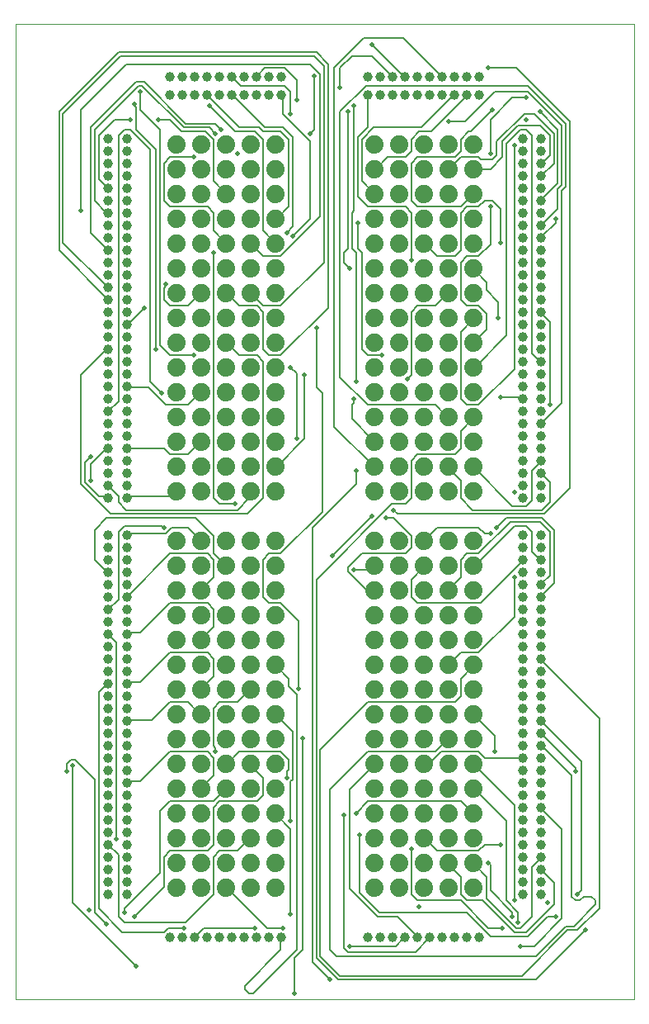
<source format=gbl>
G75*
%MOIN*%
%OFA0B0*%
%FSLAX25Y25*%
%IPPOS*%
%LPD*%
%AMOC8*
5,1,8,0,0,1.08239X$1,22.5*
%
%ADD10C,0.00000*%
%ADD11C,0.07400*%
%ADD12C,0.03937*%
%ADD13C,0.00800*%
%ADD14C,0.02000*%
D10*
X0001000Y0002650D02*
X0001000Y0396351D01*
X0250921Y0396351D01*
X0250921Y0002650D01*
X0001000Y0002650D01*
D11*
X0066000Y0047650D03*
X0066000Y0057650D03*
X0066000Y0067650D03*
X0066000Y0077650D03*
X0066000Y0087650D03*
X0066000Y0097650D03*
X0066000Y0107650D03*
X0066000Y0117650D03*
X0066000Y0127650D03*
X0066000Y0137650D03*
X0066000Y0147650D03*
X0066000Y0157650D03*
X0066000Y0167650D03*
X0066000Y0177650D03*
X0066000Y0187650D03*
X0076000Y0187650D03*
X0076000Y0177650D03*
X0076000Y0167650D03*
X0076000Y0157650D03*
X0076000Y0147650D03*
X0076000Y0137650D03*
X0076000Y0127650D03*
X0076000Y0117650D03*
X0076000Y0107650D03*
X0076000Y0097650D03*
X0076000Y0087650D03*
X0076000Y0077650D03*
X0076000Y0067650D03*
X0076000Y0057650D03*
X0076000Y0047650D03*
X0086000Y0047650D03*
X0086000Y0057650D03*
X0086000Y0067650D03*
X0086000Y0077650D03*
X0086000Y0087650D03*
X0086000Y0097650D03*
X0086000Y0107650D03*
X0086000Y0117650D03*
X0086000Y0127650D03*
X0086000Y0137650D03*
X0086000Y0147650D03*
X0086000Y0157650D03*
X0086000Y0167650D03*
X0086000Y0177650D03*
X0086000Y0187650D03*
X0096000Y0187650D03*
X0096000Y0177650D03*
X0096000Y0167650D03*
X0096000Y0157650D03*
X0096000Y0147650D03*
X0096000Y0137650D03*
X0096000Y0127650D03*
X0096000Y0117650D03*
X0096000Y0107650D03*
X0096000Y0097650D03*
X0096000Y0087650D03*
X0096000Y0077650D03*
X0096000Y0067650D03*
X0096000Y0057650D03*
X0096000Y0047650D03*
X0106000Y0047650D03*
X0106000Y0057650D03*
X0106000Y0067650D03*
X0106000Y0077650D03*
X0106000Y0087650D03*
X0106000Y0097650D03*
X0106000Y0107650D03*
X0106000Y0117650D03*
X0106000Y0127650D03*
X0106000Y0137650D03*
X0106000Y0147650D03*
X0106000Y0157650D03*
X0106000Y0167650D03*
X0106000Y0177650D03*
X0106000Y0187650D03*
X0106000Y0207650D03*
X0106000Y0217650D03*
X0106000Y0227650D03*
X0106000Y0237650D03*
X0106000Y0247650D03*
X0106000Y0257650D03*
X0106000Y0267650D03*
X0106000Y0277650D03*
X0106000Y0287650D03*
X0106000Y0297650D03*
X0106000Y0307650D03*
X0106000Y0317650D03*
X0106000Y0327650D03*
X0106000Y0337650D03*
X0106000Y0347650D03*
X0096000Y0347650D03*
X0096000Y0337650D03*
X0096000Y0327650D03*
X0096000Y0317650D03*
X0096000Y0307650D03*
X0096000Y0297650D03*
X0096000Y0287650D03*
X0096000Y0277650D03*
X0096000Y0267650D03*
X0096000Y0257650D03*
X0096000Y0247650D03*
X0096000Y0237650D03*
X0096000Y0227650D03*
X0096000Y0217650D03*
X0096000Y0207650D03*
X0086000Y0207650D03*
X0086000Y0217650D03*
X0086000Y0227650D03*
X0086000Y0237650D03*
X0086000Y0247650D03*
X0086000Y0257650D03*
X0086000Y0267650D03*
X0086000Y0277650D03*
X0086000Y0287650D03*
X0086000Y0297650D03*
X0086000Y0307650D03*
X0086000Y0317650D03*
X0086000Y0327650D03*
X0086000Y0337650D03*
X0086000Y0347650D03*
X0076000Y0347650D03*
X0076000Y0337650D03*
X0076000Y0327650D03*
X0076000Y0317650D03*
X0076000Y0307650D03*
X0076000Y0297650D03*
X0076000Y0287650D03*
X0076000Y0277650D03*
X0076000Y0267650D03*
X0076000Y0257650D03*
X0076000Y0247650D03*
X0076000Y0237650D03*
X0076000Y0227650D03*
X0076000Y0217650D03*
X0076000Y0207650D03*
X0066000Y0207650D03*
X0066000Y0217650D03*
X0066000Y0227650D03*
X0066000Y0237650D03*
X0066000Y0247650D03*
X0066000Y0257650D03*
X0066000Y0267650D03*
X0066000Y0277650D03*
X0066000Y0287650D03*
X0066000Y0297650D03*
X0066000Y0307650D03*
X0066000Y0317650D03*
X0066000Y0327650D03*
X0066000Y0337650D03*
X0066000Y0347650D03*
X0146000Y0347650D03*
X0146000Y0337650D03*
X0146000Y0327650D03*
X0146000Y0317650D03*
X0146000Y0307650D03*
X0146000Y0297650D03*
X0146000Y0287650D03*
X0146000Y0277650D03*
X0146000Y0267650D03*
X0146000Y0257650D03*
X0146000Y0247650D03*
X0146000Y0237650D03*
X0146000Y0227650D03*
X0146000Y0217650D03*
X0146000Y0207650D03*
X0156000Y0207650D03*
X0156000Y0217650D03*
X0156000Y0227650D03*
X0156000Y0237650D03*
X0156000Y0247650D03*
X0156000Y0257650D03*
X0156000Y0267650D03*
X0156000Y0277650D03*
X0156000Y0287650D03*
X0156000Y0297650D03*
X0156000Y0307650D03*
X0156000Y0317650D03*
X0156000Y0327650D03*
X0156000Y0337650D03*
X0156000Y0347650D03*
X0166000Y0347650D03*
X0166000Y0337650D03*
X0166000Y0327650D03*
X0166000Y0317650D03*
X0166000Y0307650D03*
X0166000Y0297650D03*
X0166000Y0287650D03*
X0166000Y0277650D03*
X0166000Y0267650D03*
X0166000Y0257650D03*
X0166000Y0247650D03*
X0166000Y0237650D03*
X0166000Y0227650D03*
X0166000Y0217650D03*
X0166000Y0207650D03*
X0176000Y0207650D03*
X0176000Y0217650D03*
X0176000Y0227650D03*
X0176000Y0237650D03*
X0176000Y0247650D03*
X0176000Y0257650D03*
X0176000Y0267650D03*
X0176000Y0277650D03*
X0176000Y0287650D03*
X0176000Y0297650D03*
X0176000Y0307650D03*
X0176000Y0317650D03*
X0176000Y0327650D03*
X0176000Y0337650D03*
X0176000Y0347650D03*
X0186000Y0347650D03*
X0186000Y0337650D03*
X0186000Y0327650D03*
X0186000Y0317650D03*
X0186000Y0307650D03*
X0186000Y0297650D03*
X0186000Y0287650D03*
X0186000Y0277650D03*
X0186000Y0267650D03*
X0186000Y0257650D03*
X0186000Y0247650D03*
X0186000Y0237650D03*
X0186000Y0227650D03*
X0186000Y0217650D03*
X0186000Y0207650D03*
X0186000Y0187650D03*
X0186000Y0177650D03*
X0186000Y0167650D03*
X0186000Y0157650D03*
X0186000Y0147650D03*
X0186000Y0137650D03*
X0186000Y0127650D03*
X0186000Y0117650D03*
X0186000Y0107650D03*
X0186000Y0097650D03*
X0186000Y0087650D03*
X0186000Y0077650D03*
X0186000Y0067650D03*
X0186000Y0057650D03*
X0186000Y0047650D03*
X0176000Y0047650D03*
X0176000Y0057650D03*
X0176000Y0067650D03*
X0176000Y0077650D03*
X0176000Y0087650D03*
X0176000Y0097650D03*
X0176000Y0107650D03*
X0176000Y0117650D03*
X0176000Y0127650D03*
X0176000Y0137650D03*
X0176000Y0147650D03*
X0176000Y0157650D03*
X0176000Y0167650D03*
X0176000Y0177650D03*
X0176000Y0187650D03*
X0166000Y0187650D03*
X0166000Y0177650D03*
X0166000Y0167650D03*
X0166000Y0157650D03*
X0166000Y0147650D03*
X0166000Y0137650D03*
X0166000Y0127650D03*
X0166000Y0117650D03*
X0166000Y0107650D03*
X0166000Y0097650D03*
X0166000Y0087650D03*
X0166000Y0077650D03*
X0166000Y0067650D03*
X0166000Y0057650D03*
X0166000Y0047650D03*
X0156000Y0047650D03*
X0156000Y0057650D03*
X0156000Y0067650D03*
X0156000Y0077650D03*
X0156000Y0087650D03*
X0156000Y0097650D03*
X0156000Y0107650D03*
X0156000Y0117650D03*
X0156000Y0127650D03*
X0156000Y0137650D03*
X0156000Y0147650D03*
X0156000Y0157650D03*
X0156000Y0167650D03*
X0156000Y0177650D03*
X0156000Y0187650D03*
X0146000Y0187650D03*
X0146000Y0177650D03*
X0146000Y0167650D03*
X0146000Y0157650D03*
X0146000Y0147650D03*
X0146000Y0137650D03*
X0146000Y0127650D03*
X0146000Y0117650D03*
X0146000Y0107650D03*
X0146000Y0097650D03*
X0146000Y0087650D03*
X0146000Y0077650D03*
X0146000Y0067650D03*
X0146000Y0057650D03*
X0146000Y0047650D03*
D12*
X0143500Y0027650D03*
X0148500Y0027650D03*
X0153500Y0027650D03*
X0158500Y0027650D03*
X0163500Y0027650D03*
X0168500Y0027650D03*
X0173500Y0027650D03*
X0178500Y0027650D03*
X0183500Y0027650D03*
X0188500Y0027650D03*
X0206000Y0045150D03*
X0206000Y0050150D03*
X0206000Y0055150D03*
X0206000Y0060150D03*
X0206000Y0065150D03*
X0206000Y0070150D03*
X0206000Y0075150D03*
X0206000Y0080150D03*
X0206000Y0085150D03*
X0206000Y0090150D03*
X0206000Y0095150D03*
X0206000Y0100150D03*
X0206000Y0105150D03*
X0206000Y0110150D03*
X0206000Y0115150D03*
X0206000Y0120150D03*
X0206000Y0125150D03*
X0206000Y0130150D03*
X0206000Y0135150D03*
X0206000Y0140150D03*
X0206000Y0145150D03*
X0206000Y0150150D03*
X0206000Y0155150D03*
X0206000Y0160150D03*
X0206000Y0165150D03*
X0206000Y0170150D03*
X0206000Y0175150D03*
X0206000Y0180150D03*
X0206000Y0185150D03*
X0206000Y0190150D03*
X0213500Y0190150D03*
X0213500Y0185150D03*
X0213500Y0180150D03*
X0213500Y0175150D03*
X0213500Y0170150D03*
X0213500Y0165150D03*
X0213500Y0160150D03*
X0213500Y0155150D03*
X0213500Y0150150D03*
X0213500Y0145150D03*
X0213500Y0140150D03*
X0213500Y0135150D03*
X0213500Y0130150D03*
X0213500Y0125150D03*
X0213500Y0120150D03*
X0213500Y0115150D03*
X0213500Y0110150D03*
X0213500Y0105150D03*
X0213500Y0100150D03*
X0213500Y0095150D03*
X0213500Y0090150D03*
X0213500Y0085150D03*
X0213500Y0080150D03*
X0213500Y0075150D03*
X0213500Y0070150D03*
X0213500Y0065150D03*
X0213500Y0060150D03*
X0213500Y0055150D03*
X0213500Y0050150D03*
X0213500Y0045150D03*
X0213500Y0205150D03*
X0213500Y0210150D03*
X0213500Y0215150D03*
X0213500Y0220150D03*
X0213500Y0225150D03*
X0213500Y0230150D03*
X0213500Y0235150D03*
X0213500Y0240150D03*
X0213500Y0245150D03*
X0213500Y0250150D03*
X0213500Y0255150D03*
X0213500Y0260150D03*
X0213500Y0265150D03*
X0213500Y0270150D03*
X0213500Y0275150D03*
X0213500Y0280150D03*
X0213500Y0285150D03*
X0213500Y0290150D03*
X0213500Y0295150D03*
X0213500Y0300150D03*
X0213500Y0305150D03*
X0213500Y0310150D03*
X0213500Y0315150D03*
X0213500Y0320150D03*
X0213500Y0325150D03*
X0213500Y0330150D03*
X0213500Y0335150D03*
X0213500Y0340150D03*
X0213500Y0345150D03*
X0213500Y0350150D03*
X0206000Y0350150D03*
X0206000Y0345150D03*
X0206000Y0340150D03*
X0206000Y0335150D03*
X0206000Y0330150D03*
X0206000Y0325150D03*
X0206000Y0320150D03*
X0206000Y0315150D03*
X0206000Y0310150D03*
X0206000Y0305150D03*
X0206000Y0300150D03*
X0206000Y0295150D03*
X0206000Y0290150D03*
X0206000Y0285150D03*
X0206000Y0280150D03*
X0206000Y0275150D03*
X0206000Y0270150D03*
X0206000Y0265150D03*
X0206000Y0260150D03*
X0206000Y0255150D03*
X0206000Y0250150D03*
X0206000Y0245150D03*
X0206000Y0240150D03*
X0206000Y0235150D03*
X0206000Y0230150D03*
X0206000Y0225150D03*
X0206000Y0220150D03*
X0206000Y0215150D03*
X0206000Y0210150D03*
X0206000Y0205150D03*
X0188500Y0367650D03*
X0183500Y0367650D03*
X0178500Y0367650D03*
X0173500Y0367650D03*
X0168500Y0367650D03*
X0163500Y0367650D03*
X0158500Y0367650D03*
X0153500Y0367650D03*
X0148500Y0367650D03*
X0143500Y0367650D03*
X0143500Y0375150D03*
X0148500Y0375150D03*
X0153500Y0375150D03*
X0158500Y0375150D03*
X0163500Y0375150D03*
X0168500Y0375150D03*
X0173500Y0375150D03*
X0178500Y0375150D03*
X0183500Y0375150D03*
X0188500Y0375150D03*
X0108500Y0375150D03*
X0103500Y0375150D03*
X0098500Y0375150D03*
X0093500Y0375150D03*
X0088500Y0375150D03*
X0083500Y0375150D03*
X0078500Y0375150D03*
X0073500Y0375150D03*
X0068500Y0375150D03*
X0063500Y0375150D03*
X0063500Y0367650D03*
X0068500Y0367650D03*
X0073500Y0367650D03*
X0078500Y0367650D03*
X0083500Y0367650D03*
X0088500Y0367650D03*
X0093500Y0367650D03*
X0098500Y0367650D03*
X0103500Y0367650D03*
X0108500Y0367650D03*
X0046000Y0350150D03*
X0046000Y0345150D03*
X0046000Y0340150D03*
X0046000Y0335150D03*
X0046000Y0330150D03*
X0046000Y0325150D03*
X0046000Y0320150D03*
X0046000Y0315150D03*
X0046000Y0310150D03*
X0046000Y0305150D03*
X0046000Y0300150D03*
X0046000Y0295150D03*
X0046000Y0290150D03*
X0046000Y0285150D03*
X0046000Y0280150D03*
X0046000Y0275150D03*
X0046000Y0270150D03*
X0046000Y0265150D03*
X0046000Y0260150D03*
X0046000Y0255150D03*
X0046000Y0250150D03*
X0046000Y0245150D03*
X0046000Y0240150D03*
X0046000Y0235150D03*
X0046000Y0230150D03*
X0046000Y0225150D03*
X0046000Y0220150D03*
X0046000Y0215150D03*
X0046000Y0210150D03*
X0046000Y0205150D03*
X0038500Y0205150D03*
X0038500Y0210150D03*
X0038500Y0215150D03*
X0038500Y0220150D03*
X0038500Y0225150D03*
X0038500Y0230150D03*
X0038500Y0235150D03*
X0038500Y0240150D03*
X0038500Y0245150D03*
X0038500Y0250150D03*
X0038500Y0255150D03*
X0038500Y0260150D03*
X0038500Y0265150D03*
X0038500Y0270150D03*
X0038500Y0275150D03*
X0038500Y0280150D03*
X0038500Y0285150D03*
X0038500Y0290150D03*
X0038500Y0295150D03*
X0038500Y0300150D03*
X0038500Y0305150D03*
X0038500Y0310150D03*
X0038500Y0315150D03*
X0038500Y0320150D03*
X0038500Y0325150D03*
X0038500Y0330150D03*
X0038500Y0335150D03*
X0038500Y0340150D03*
X0038500Y0345150D03*
X0038500Y0350150D03*
X0038500Y0190150D03*
X0038500Y0185150D03*
X0038500Y0180150D03*
X0038500Y0175150D03*
X0038500Y0170150D03*
X0038500Y0165150D03*
X0038500Y0160150D03*
X0038500Y0155150D03*
X0038500Y0150150D03*
X0038500Y0145150D03*
X0038500Y0140150D03*
X0038500Y0135150D03*
X0038500Y0130150D03*
X0038500Y0125150D03*
X0038500Y0120150D03*
X0038500Y0115150D03*
X0038500Y0110150D03*
X0038500Y0105150D03*
X0038500Y0100150D03*
X0038500Y0095150D03*
X0038500Y0090150D03*
X0038500Y0085150D03*
X0038500Y0080150D03*
X0038500Y0075150D03*
X0038500Y0070150D03*
X0038500Y0065150D03*
X0038500Y0060150D03*
X0038500Y0055150D03*
X0038500Y0050150D03*
X0038500Y0045150D03*
X0046000Y0045150D03*
X0046000Y0050150D03*
X0046000Y0055150D03*
X0046000Y0060150D03*
X0046000Y0065150D03*
X0046000Y0070150D03*
X0046000Y0075150D03*
X0046000Y0080150D03*
X0046000Y0085150D03*
X0046000Y0090150D03*
X0046000Y0095150D03*
X0046000Y0100150D03*
X0046000Y0105150D03*
X0046000Y0110150D03*
X0046000Y0115150D03*
X0046000Y0120150D03*
X0046000Y0125150D03*
X0046000Y0130150D03*
X0046000Y0135150D03*
X0046000Y0140150D03*
X0046000Y0145150D03*
X0046000Y0150150D03*
X0046000Y0155150D03*
X0046000Y0160150D03*
X0046000Y0165150D03*
X0046000Y0170150D03*
X0046000Y0175150D03*
X0046000Y0180150D03*
X0046000Y0185150D03*
X0046000Y0190150D03*
X0063500Y0027650D03*
X0068500Y0027650D03*
X0073500Y0027650D03*
X0078500Y0027650D03*
X0083500Y0027650D03*
X0088500Y0027650D03*
X0093500Y0027650D03*
X0098500Y0027650D03*
X0103500Y0027650D03*
X0108500Y0027650D03*
D13*
X0108200Y0027450D01*
X0108200Y0022650D01*
X0093800Y0008250D01*
X0093800Y0006650D01*
X0095400Y0005050D01*
X0097000Y0005050D01*
X0114600Y0022650D01*
X0114600Y0125850D01*
X0111400Y0129050D01*
X0111400Y0132250D01*
X0106000Y0137650D01*
X0115400Y0128250D02*
X0115400Y0155450D01*
X0108200Y0162650D01*
X0103400Y0162650D01*
X0101000Y0165050D01*
X0101000Y0180250D01*
X0103400Y0182650D01*
X0108200Y0182650D01*
X0125000Y0199450D01*
X0125000Y0247450D01*
X0122600Y0249850D01*
X0122600Y0273850D01*
X0127400Y0281850D02*
X0108200Y0262650D01*
X0103400Y0262650D01*
X0101000Y0265050D01*
X0101000Y0280250D01*
X0098600Y0282650D01*
X0091400Y0282650D01*
X0086600Y0287450D01*
X0086000Y0287650D01*
X0076000Y0287650D02*
X0075400Y0287450D01*
X0070600Y0282650D01*
X0063400Y0282650D01*
X0061000Y0285050D01*
X0061000Y0289850D01*
X0061800Y0290650D01*
X0061800Y0291450D01*
X0053000Y0281850D02*
X0046600Y0275450D01*
X0046000Y0275150D01*
X0038500Y0265150D02*
X0037800Y0265050D01*
X0027400Y0254650D01*
X0027400Y0210650D01*
X0039400Y0198650D01*
X0094600Y0198650D01*
X0101000Y0205050D01*
X0101000Y0260250D01*
X0098600Y0262650D01*
X0091400Y0262650D01*
X0086600Y0267450D01*
X0086000Y0267650D01*
X0101000Y0282650D02*
X0096000Y0287650D01*
X0101000Y0282650D02*
X0108200Y0282650D01*
X0125800Y0300250D01*
X0125800Y0379450D01*
X0121800Y0383450D01*
X0043400Y0383450D01*
X0020200Y0360250D01*
X0020200Y0308250D01*
X0037800Y0290650D01*
X0038500Y0290150D01*
X0038500Y0285150D02*
X0018600Y0305050D01*
X0018600Y0361050D01*
X0042600Y0385050D01*
X0122600Y0385050D01*
X0127400Y0380250D01*
X0127400Y0281850D01*
X0136200Y0297850D02*
X0133800Y0300250D01*
X0133800Y0304250D01*
X0135400Y0305850D01*
X0135400Y0361050D01*
X0132200Y0361050D02*
X0132200Y0253850D01*
X0143400Y0242650D01*
X0170600Y0242650D01*
X0175400Y0237850D01*
X0176000Y0237650D01*
X0181000Y0232250D02*
X0185800Y0237050D01*
X0186000Y0237650D01*
X0188200Y0242650D02*
X0183400Y0242650D01*
X0181000Y0245050D01*
X0181000Y0272250D01*
X0185800Y0277050D01*
X0186000Y0277650D01*
X0188200Y0282650D02*
X0183400Y0282650D01*
X0181000Y0285050D01*
X0181000Y0300250D01*
X0183400Y0302650D01*
X0188200Y0302650D01*
X0193000Y0307450D01*
X0193000Y0322650D01*
X0193800Y0325050D02*
X0190600Y0325050D01*
X0188200Y0322650D01*
X0183400Y0322650D01*
X0181000Y0320250D01*
X0181000Y0305050D01*
X0178600Y0302650D01*
X0171400Y0302650D01*
X0166600Y0307450D01*
X0166000Y0307650D01*
X0161000Y0301050D02*
X0161000Y0320250D01*
X0158600Y0322650D01*
X0143400Y0322650D01*
X0139400Y0326650D01*
X0139400Y0350650D01*
X0143400Y0354650D01*
X0143400Y0367450D01*
X0143500Y0367650D01*
X0142600Y0371450D02*
X0132200Y0361050D01*
X0137800Y0363450D02*
X0137800Y0321050D01*
X0137000Y0320250D01*
X0137000Y0305850D01*
X0138600Y0304250D01*
X0138600Y0252250D01*
X0137800Y0245050D02*
X0137800Y0243450D01*
X0137000Y0242650D01*
X0137000Y0237050D01*
X0145800Y0228250D01*
X0146000Y0227650D01*
X0146000Y0217650D02*
X0129800Y0233850D01*
X0129800Y0378650D01*
X0141800Y0390650D01*
X0157800Y0390650D01*
X0173000Y0375450D01*
X0173500Y0375150D01*
X0177800Y0367450D02*
X0178500Y0367650D01*
X0177800Y0367450D02*
X0165000Y0354650D01*
X0145800Y0354650D01*
X0141000Y0349850D01*
X0141000Y0333050D01*
X0145800Y0328250D01*
X0146000Y0327650D01*
X0146000Y0337650D02*
X0146600Y0337850D01*
X0151400Y0342650D01*
X0158600Y0342650D01*
X0161000Y0345050D01*
X0161000Y0349850D01*
X0164200Y0353050D01*
X0169000Y0353050D01*
X0183400Y0367450D01*
X0183500Y0367650D01*
X0182600Y0357050D02*
X0176200Y0357050D01*
X0181000Y0349850D02*
X0181000Y0345050D01*
X0178600Y0342650D01*
X0163400Y0342650D01*
X0161000Y0340250D01*
X0161000Y0325050D01*
X0163400Y0322650D01*
X0181000Y0322650D01*
X0186000Y0327650D01*
X0186000Y0337650D02*
X0186600Y0337850D01*
X0193000Y0337850D01*
X0197800Y0342650D01*
X0197800Y0349050D01*
X0204200Y0355450D01*
X0213000Y0355450D01*
X0217000Y0351450D01*
X0217000Y0343450D01*
X0213800Y0340250D01*
X0213500Y0340150D01*
X0213500Y0335150D02*
X0218600Y0340250D01*
X0218600Y0352250D01*
X0210600Y0360250D01*
X0206600Y0360250D01*
X0195400Y0349050D01*
X0195400Y0343450D01*
X0193800Y0341850D01*
X0189000Y0341850D01*
X0188200Y0342650D01*
X0181000Y0342650D01*
X0176000Y0337650D01*
X0181000Y0349850D02*
X0184200Y0353050D01*
X0185000Y0353050D01*
X0193800Y0361850D01*
X0193000Y0357850D02*
X0193000Y0344250D01*
X0199400Y0348250D02*
X0199400Y0270650D01*
X0186600Y0257850D01*
X0186000Y0257650D01*
X0186000Y0267650D02*
X0191400Y0273050D01*
X0191400Y0279450D01*
X0188200Y0282650D01*
X0191400Y0289050D02*
X0191400Y0292250D01*
X0186000Y0297650D01*
X0191400Y0289050D02*
X0196200Y0284250D01*
X0196200Y0277850D01*
X0202600Y0257050D02*
X0188200Y0242650D01*
X0181000Y0232250D02*
X0181000Y0225050D01*
X0178600Y0222650D01*
X0163400Y0222650D01*
X0161000Y0220250D01*
X0161000Y0205050D01*
X0158600Y0202650D01*
X0153000Y0202650D01*
X0122600Y0172250D01*
X0122600Y0019450D01*
X0131400Y0010650D01*
X0211400Y0010650D01*
X0231400Y0030650D01*
X0228200Y0030650D02*
X0224200Y0030650D01*
X0205800Y0012250D01*
X0132200Y0012250D01*
X0124200Y0020250D01*
X0124200Y0103450D01*
X0143400Y0122650D01*
X0178600Y0122650D01*
X0181000Y0125050D01*
X0181000Y0132250D01*
X0185800Y0137050D01*
X0186000Y0137650D01*
X0188200Y0142650D02*
X0181000Y0142650D01*
X0176000Y0137650D01*
X0188200Y0142650D02*
X0202600Y0157050D01*
X0202600Y0173050D01*
X0205800Y0179450D02*
X0206000Y0180150D01*
X0205800Y0179450D02*
X0189000Y0162650D01*
X0163400Y0162650D01*
X0161000Y0165050D01*
X0161000Y0172250D01*
X0165800Y0177050D01*
X0166000Y0177650D01*
X0158600Y0182650D02*
X0161000Y0185050D01*
X0161000Y0189850D01*
X0153800Y0197050D01*
X0150600Y0197050D01*
X0153800Y0200250D02*
X0155400Y0198650D01*
X0214600Y0198650D01*
X0225000Y0209050D01*
X0225000Y0357050D01*
X0203400Y0378650D01*
X0192200Y0378650D01*
X0194600Y0369050D02*
X0182600Y0357050D01*
X0193000Y0357850D02*
X0201800Y0366650D01*
X0207400Y0366650D01*
X0208200Y0369050D02*
X0194600Y0369050D01*
X0205000Y0353850D02*
X0199400Y0348250D01*
X0202600Y0347450D02*
X0202600Y0257050D01*
X0209800Y0263450D02*
X0209800Y0351450D01*
X0207400Y0353850D01*
X0205000Y0353850D01*
X0213000Y0361050D02*
X0220200Y0353850D01*
X0220200Y0332250D01*
X0213800Y0325850D01*
X0213500Y0325150D01*
X0220200Y0321850D02*
X0213500Y0315150D01*
X0213800Y0310650D02*
X0213500Y0310150D01*
X0213800Y0310650D02*
X0219400Y0316250D01*
X0219400Y0317850D01*
X0220200Y0321850D02*
X0220200Y0329850D01*
X0221800Y0331450D01*
X0221800Y0355450D01*
X0208200Y0369050D01*
X0208200Y0371450D02*
X0142600Y0371450D01*
X0153000Y0375450D02*
X0145000Y0383450D01*
X0137000Y0383450D01*
X0132200Y0378650D01*
X0132200Y0370650D01*
X0124200Y0376250D02*
X0124200Y0318650D01*
X0108200Y0302650D01*
X0101000Y0302650D01*
X0096000Y0307650D01*
X0101000Y0313050D02*
X0105800Y0308250D01*
X0106000Y0307650D01*
X0110600Y0312250D02*
X0113000Y0314650D01*
X0113000Y0350650D01*
X0109000Y0354650D01*
X0101800Y0354650D01*
X0089000Y0367450D01*
X0088500Y0367650D01*
X0092200Y0371450D02*
X0109800Y0371450D01*
X0112200Y0369050D01*
X0112200Y0360250D01*
X0109000Y0360250D02*
X0120200Y0349050D01*
X0120200Y0317850D01*
X0113000Y0310650D01*
X0106600Y0317850D02*
X0106000Y0317650D01*
X0106600Y0317850D02*
X0111400Y0322650D01*
X0111400Y0349850D01*
X0108200Y0353050D01*
X0101000Y0353050D01*
X0099400Y0354650D01*
X0091400Y0354650D01*
X0078600Y0367450D01*
X0078500Y0367650D01*
X0079400Y0363450D02*
X0089800Y0353050D01*
X0097800Y0353050D01*
X0101000Y0349850D01*
X0101000Y0313050D01*
X0085800Y0308250D02*
X0086000Y0307650D01*
X0085800Y0308250D02*
X0081000Y0313050D01*
X0081000Y0320250D01*
X0078600Y0322650D01*
X0063400Y0322650D01*
X0061000Y0325050D01*
X0061000Y0340250D01*
X0063400Y0342650D01*
X0073000Y0342650D01*
X0081000Y0349850D02*
X0077800Y0353050D01*
X0068200Y0353050D01*
X0063400Y0357850D01*
X0058600Y0357850D01*
X0059400Y0353850D02*
X0059400Y0266650D01*
X0063400Y0262650D01*
X0073000Y0262650D01*
X0076000Y0247650D02*
X0075400Y0247450D01*
X0070600Y0242650D01*
X0061800Y0242650D01*
X0054600Y0249850D01*
X0046600Y0249850D01*
X0046000Y0250150D01*
X0042600Y0244250D02*
X0042600Y0351450D01*
X0045000Y0353850D01*
X0047400Y0353850D01*
X0055400Y0345850D01*
X0055400Y0252250D01*
X0060200Y0247450D01*
X0057800Y0265050D02*
X0057800Y0345850D01*
X0049800Y0353850D01*
X0049800Y0362650D01*
X0049000Y0363450D01*
X0049000Y0364250D01*
X0051400Y0361850D02*
X0051400Y0369050D01*
X0052200Y0371450D02*
X0069000Y0354650D01*
X0079400Y0354650D01*
X0081800Y0352250D01*
X0081000Y0349850D02*
X0081000Y0333050D01*
X0085800Y0328250D01*
X0086000Y0327650D01*
X0081000Y0304250D02*
X0081000Y0205050D01*
X0083400Y0202650D01*
X0089800Y0202650D01*
X0090600Y0200250D02*
X0095400Y0205050D01*
X0095400Y0207450D01*
X0096000Y0207650D01*
X0090600Y0200250D02*
X0045800Y0200250D01*
X0042600Y0203450D01*
X0042600Y0205850D01*
X0038600Y0209850D01*
X0038500Y0210150D01*
X0037800Y0205850D02*
X0038500Y0205150D01*
X0037800Y0205850D02*
X0034600Y0205850D01*
X0029000Y0211450D01*
X0029000Y0219450D01*
X0031400Y0221850D01*
X0031400Y0218650D02*
X0031400Y0212250D01*
X0031400Y0218650D02*
X0037800Y0225050D01*
X0038500Y0225150D01*
X0046000Y0225150D02*
X0046600Y0225050D01*
X0061000Y0225050D01*
X0063400Y0222650D01*
X0070600Y0222650D01*
X0075400Y0227450D01*
X0076000Y0227650D01*
X0066000Y0207650D02*
X0064200Y0205850D01*
X0046600Y0205850D01*
X0046000Y0205150D01*
X0045000Y0193850D02*
X0042600Y0191450D01*
X0042600Y0164250D01*
X0038500Y0160150D01*
X0046000Y0165150D02*
X0046600Y0165850D01*
X0063400Y0182650D01*
X0078600Y0182650D01*
X0081000Y0180250D01*
X0081000Y0173050D01*
X0076200Y0168250D01*
X0076000Y0167650D01*
X0078600Y0162650D02*
X0081000Y0160250D01*
X0081000Y0153050D01*
X0076200Y0148250D01*
X0076000Y0147650D01*
X0078600Y0142650D02*
X0081000Y0140250D01*
X0081000Y0133050D01*
X0076200Y0128250D01*
X0076000Y0127650D01*
X0070600Y0122650D02*
X0075400Y0117850D01*
X0076000Y0117650D01*
X0081000Y0120250D02*
X0083400Y0122650D01*
X0090600Y0122650D01*
X0095400Y0127450D01*
X0096000Y0127650D01*
X0106000Y0117650D02*
X0113000Y0110650D01*
X0113000Y0091450D01*
X0112200Y0090650D01*
X0112200Y0074650D01*
X0112200Y0071450D02*
X0106000Y0077650D01*
X0112200Y0071450D02*
X0112200Y0037050D01*
X0109000Y0031450D02*
X0102600Y0031450D01*
X0086600Y0047450D01*
X0086000Y0047650D01*
X0081000Y0045050D02*
X0081000Y0060250D01*
X0083400Y0062650D01*
X0090600Y0062650D01*
X0095400Y0067450D01*
X0096000Y0067650D01*
X0098600Y0082650D02*
X0101000Y0085050D01*
X0101000Y0092250D01*
X0096200Y0097050D01*
X0096000Y0097650D01*
X0091400Y0102650D02*
X0086600Y0097850D01*
X0086000Y0097650D01*
X0081000Y0100250D02*
X0081000Y0093050D01*
X0076200Y0088250D01*
X0076000Y0087650D01*
X0081000Y0082650D02*
X0086000Y0087650D01*
X0083400Y0082650D02*
X0081000Y0080250D01*
X0081000Y0065050D01*
X0078600Y0062650D01*
X0063400Y0062650D01*
X0061000Y0060250D01*
X0061000Y0048250D01*
X0049000Y0036250D01*
X0045000Y0037850D02*
X0045000Y0039450D01*
X0059400Y0053850D01*
X0059400Y0078650D01*
X0063400Y0082650D01*
X0081000Y0082650D01*
X0083400Y0082650D02*
X0098600Y0082650D01*
X0110600Y0092250D02*
X0110600Y0094650D01*
X0111400Y0095450D01*
X0111400Y0099450D01*
X0108200Y0102650D01*
X0091400Y0102650D01*
X0081800Y0102650D02*
X0081800Y0104250D01*
X0081000Y0105050D01*
X0081000Y0120250D01*
X0070600Y0122650D02*
X0063400Y0122650D01*
X0056200Y0115450D01*
X0046600Y0115450D01*
X0046000Y0115150D01*
X0046000Y0130150D02*
X0046600Y0130650D01*
X0051400Y0130650D01*
X0063400Y0142650D01*
X0078600Y0142650D01*
X0078600Y0162650D02*
X0063400Y0162650D01*
X0051400Y0150650D01*
X0046600Y0150650D01*
X0046000Y0150150D01*
X0041800Y0146650D02*
X0041800Y0067450D01*
X0038500Y0065150D02*
X0042600Y0061050D01*
X0042600Y0036250D01*
X0045000Y0033850D01*
X0069800Y0033850D01*
X0081000Y0045050D01*
X0077000Y0031450D02*
X0073800Y0028250D01*
X0073500Y0027650D01*
X0077000Y0031450D02*
X0097800Y0031450D01*
X0113800Y0019450D02*
X0113800Y0005050D01*
X0113800Y0019450D02*
X0117000Y0022650D01*
X0117000Y0108250D01*
X0128200Y0087450D02*
X0143400Y0102650D01*
X0170600Y0102650D01*
X0175400Y0107450D01*
X0176000Y0107650D01*
X0173000Y0102650D02*
X0168200Y0097850D01*
X0166600Y0097850D01*
X0166000Y0097650D01*
X0173000Y0102650D02*
X0188200Y0102650D01*
X0190600Y0100250D01*
X0205800Y0100250D01*
X0206000Y0100150D01*
X0213500Y0105150D02*
X0213800Y0105050D01*
X0225800Y0093050D01*
X0225800Y0044250D01*
X0227400Y0042650D01*
X0229000Y0042650D01*
X0230600Y0044250D01*
X0233800Y0044250D01*
X0235400Y0042650D01*
X0235400Y0041050D01*
X0226600Y0032250D01*
X0223400Y0032250D01*
X0211400Y0020250D01*
X0130600Y0020250D01*
X0128200Y0022650D01*
X0128200Y0087450D01*
X0133800Y0077050D02*
X0133800Y0023450D01*
X0135400Y0021850D01*
X0162600Y0021850D01*
X0168200Y0027450D01*
X0168500Y0027650D01*
X0163500Y0027650D02*
X0163400Y0028250D01*
X0155400Y0036250D01*
X0147400Y0036250D01*
X0136200Y0047450D01*
X0136200Y0087450D01*
X0145800Y0097050D01*
X0146000Y0097650D01*
X0143400Y0082650D02*
X0181000Y0082650D01*
X0186000Y0077650D01*
X0186600Y0087450D02*
X0186000Y0087650D01*
X0186600Y0087450D02*
X0199400Y0074650D01*
X0199400Y0042650D01*
X0204200Y0037850D01*
X0204200Y0033850D01*
X0203400Y0031450D02*
X0191400Y0043450D01*
X0191400Y0052250D01*
X0186000Y0057650D01*
X0188200Y0062650D02*
X0171400Y0062650D01*
X0166600Y0067450D01*
X0166000Y0067650D01*
X0161000Y0063450D02*
X0161000Y0045050D01*
X0163400Y0042650D01*
X0181000Y0042650D01*
X0192200Y0031450D01*
X0197800Y0031450D01*
X0202600Y0029850D02*
X0189800Y0042650D01*
X0183400Y0042650D01*
X0181000Y0045050D01*
X0181000Y0052250D01*
X0176200Y0057050D01*
X0176000Y0057650D01*
X0188200Y0062650D02*
X0190600Y0065050D01*
X0197000Y0065050D01*
X0192200Y0057850D02*
X0193000Y0057050D01*
X0193000Y0046650D01*
X0201800Y0037850D01*
X0201800Y0036250D01*
X0202600Y0042650D02*
X0202600Y0081050D01*
X0186000Y0097650D01*
X0194600Y0102650D02*
X0194600Y0109050D01*
X0186000Y0117650D01*
X0213500Y0115150D02*
X0213800Y0114650D01*
X0229800Y0098650D01*
X0229800Y0046650D01*
X0228200Y0045050D01*
X0221800Y0035450D02*
X0210600Y0024250D01*
X0205000Y0024250D01*
X0208200Y0028250D02*
X0193000Y0028250D01*
X0183400Y0037850D01*
X0148200Y0037850D01*
X0140200Y0045850D01*
X0140200Y0069050D01*
X0138600Y0077850D02*
X0143400Y0082650D01*
X0158500Y0027650D02*
X0157800Y0027450D01*
X0154600Y0024250D01*
X0136200Y0024250D01*
X0128200Y0010650D02*
X0121000Y0017850D01*
X0121000Y0193050D01*
X0138600Y0210650D01*
X0138600Y0216250D01*
X0145000Y0197850D02*
X0129000Y0181850D01*
X0135400Y0177050D02*
X0135400Y0175450D01*
X0142600Y0168250D01*
X0145800Y0168250D01*
X0146000Y0167650D01*
X0145000Y0176250D02*
X0145800Y0177050D01*
X0146000Y0177650D01*
X0145000Y0176250D02*
X0137800Y0176250D01*
X0135400Y0177050D02*
X0141000Y0182650D01*
X0158600Y0182650D01*
X0166000Y0187650D02*
X0171400Y0193050D01*
X0188200Y0193050D01*
X0190600Y0190650D01*
X0193000Y0190650D01*
X0195400Y0193050D02*
X0199400Y0197050D01*
X0213800Y0197050D01*
X0218600Y0192250D01*
X0218600Y0170650D01*
X0213800Y0165850D01*
X0213500Y0165150D01*
X0213500Y0170150D02*
X0213800Y0170650D01*
X0217000Y0173850D01*
X0217000Y0191450D01*
X0213000Y0195450D01*
X0201000Y0195450D01*
X0188200Y0182650D01*
X0183400Y0182650D01*
X0181000Y0180250D01*
X0181000Y0173050D01*
X0176200Y0168250D01*
X0176000Y0167650D01*
X0186000Y0177650D02*
X0186600Y0177850D01*
X0202600Y0193850D01*
X0207400Y0193850D01*
X0209800Y0191450D01*
X0209800Y0183450D01*
X0213000Y0180250D01*
X0213500Y0180150D01*
X0213800Y0200250D02*
X0185800Y0200250D01*
X0181000Y0205050D01*
X0181000Y0212250D01*
X0176200Y0217050D01*
X0176000Y0217650D01*
X0186000Y0217650D02*
X0201800Y0201850D01*
X0207400Y0201850D01*
X0209800Y0204250D01*
X0209800Y0216250D01*
X0213000Y0219450D01*
X0213500Y0220150D01*
X0213500Y0215150D02*
X0213800Y0214650D01*
X0217000Y0211450D01*
X0217000Y0203450D01*
X0213800Y0200250D01*
X0213500Y0235150D02*
X0221800Y0243450D01*
X0221800Y0329050D01*
X0223400Y0330650D01*
X0223400Y0356250D01*
X0208200Y0371450D01*
X0193800Y0325050D02*
X0197000Y0321850D01*
X0197000Y0308250D01*
X0213500Y0280150D02*
X0213800Y0279450D01*
X0217000Y0276250D01*
X0217000Y0242650D01*
X0213500Y0260150D02*
X0213000Y0260250D01*
X0209800Y0263450D01*
X0205800Y0245850D02*
X0197000Y0245850D01*
X0205800Y0245850D02*
X0206000Y0245150D01*
X0170600Y0282650D02*
X0175400Y0287450D01*
X0176000Y0287650D01*
X0170600Y0282650D02*
X0163400Y0282650D01*
X0161000Y0280250D01*
X0161000Y0254650D01*
X0159400Y0253050D01*
X0149000Y0262650D02*
X0143400Y0262650D01*
X0141000Y0265050D01*
X0141000Y0304250D01*
X0139400Y0305850D01*
X0139400Y0316250D01*
X0120200Y0352250D02*
X0121800Y0353850D01*
X0121800Y0375450D01*
X0124200Y0376250D02*
X0120200Y0380250D01*
X0045800Y0380250D01*
X0027400Y0361850D01*
X0027400Y0321050D01*
X0031400Y0312250D02*
X0031400Y0354650D01*
X0049800Y0373050D01*
X0053000Y0373050D01*
X0069800Y0356250D01*
X0081800Y0356250D01*
X0084200Y0353850D01*
X0092200Y0371450D02*
X0088500Y0375150D01*
X0098500Y0375150D02*
X0098600Y0375450D01*
X0101800Y0378650D01*
X0109800Y0378650D01*
X0114600Y0373850D01*
X0114600Y0365850D01*
X0109000Y0367450D02*
X0109000Y0360250D01*
X0109000Y0367450D02*
X0108500Y0367650D01*
X0145000Y0388250D02*
X0157800Y0375450D01*
X0158500Y0375150D01*
X0153500Y0375150D02*
X0153000Y0375450D01*
X0112200Y0257850D02*
X0114600Y0255450D01*
X0114600Y0229050D01*
X0117800Y0229050D02*
X0106600Y0217850D01*
X0106000Y0217650D01*
X0117800Y0229050D02*
X0117800Y0254650D01*
X0073800Y0197050D02*
X0081000Y0189850D01*
X0081000Y0182650D01*
X0086000Y0177650D01*
X0076000Y0187650D02*
X0070600Y0193050D01*
X0064200Y0193050D01*
X0061800Y0190650D01*
X0046600Y0190650D01*
X0046000Y0190150D01*
X0045000Y0193850D02*
X0060200Y0193850D01*
X0061000Y0193050D01*
X0073800Y0197050D02*
X0037800Y0197050D01*
X0033000Y0192250D01*
X0033000Y0180250D01*
X0037800Y0175450D01*
X0038500Y0175150D01*
X0038500Y0150150D02*
X0038600Y0149850D01*
X0041800Y0146650D01*
X0038500Y0130150D02*
X0037800Y0129850D01*
X0034600Y0126650D01*
X0034600Y0039450D01*
X0044200Y0029850D01*
X0061000Y0029850D01*
X0062600Y0031450D01*
X0069000Y0031450D01*
X0049800Y0016250D02*
X0024200Y0041850D01*
X0024200Y0097050D01*
X0021800Y0097850D02*
X0021800Y0094650D01*
X0021800Y0097850D02*
X0023400Y0099450D01*
X0025000Y0099450D01*
X0033000Y0091450D01*
X0033000Y0037850D01*
X0037800Y0033050D01*
X0046000Y0090150D02*
X0046600Y0090650D01*
X0051400Y0090650D01*
X0063400Y0102650D01*
X0078600Y0102650D01*
X0081000Y0100250D01*
X0038500Y0240150D02*
X0042600Y0244250D01*
X0038500Y0305150D02*
X0031400Y0312250D01*
X0037800Y0320250D02*
X0033000Y0325050D01*
X0033000Y0353850D01*
X0050600Y0371450D01*
X0052200Y0371450D01*
X0051400Y0361850D02*
X0059400Y0353850D01*
X0047400Y0357850D02*
X0041000Y0357850D01*
X0034600Y0351450D01*
X0034600Y0333850D01*
X0037800Y0330650D01*
X0038500Y0330150D01*
X0037800Y0320250D02*
X0038500Y0320150D01*
X0213000Y0059450D02*
X0209800Y0056250D01*
X0209800Y0036250D01*
X0205000Y0031450D01*
X0203400Y0031450D01*
X0202600Y0029850D02*
X0207400Y0029850D01*
X0218600Y0041050D01*
X0218600Y0049850D01*
X0213800Y0054650D01*
X0213500Y0055150D01*
X0213000Y0059450D02*
X0213500Y0060150D01*
X0221800Y0071450D02*
X0213800Y0079450D01*
X0213500Y0080150D01*
X0221800Y0071450D02*
X0221800Y0035450D01*
X0219400Y0036250D02*
X0216200Y0036250D01*
X0208200Y0028250D01*
X0228200Y0030650D02*
X0237000Y0039450D01*
X0237000Y0116250D01*
X0213800Y0139450D01*
X0213500Y0140150D01*
X0213500Y0110150D02*
X0227400Y0096250D01*
X0227400Y0094650D01*
D14*
X0227400Y0094650D03*
X0197000Y0065050D03*
X0192200Y0057850D03*
X0202600Y0042650D03*
X0201800Y0036250D03*
X0204200Y0033850D03*
X0205000Y0024250D03*
X0197800Y0031450D03*
X0216200Y0041850D03*
X0219400Y0036250D03*
X0228200Y0045050D03*
X0231400Y0030650D03*
X0194600Y0102650D03*
X0161000Y0063450D03*
X0164200Y0040250D03*
X0140200Y0069050D03*
X0138600Y0077850D03*
X0133800Y0077050D03*
X0117000Y0108250D03*
X0110600Y0092250D03*
X0112200Y0074650D03*
X0112200Y0037050D03*
X0109000Y0031450D03*
X0097800Y0031450D03*
X0113800Y0005050D03*
X0128200Y0010650D03*
X0136200Y0024250D03*
X0081800Y0102650D03*
X0115400Y0128250D03*
X0137800Y0176250D03*
X0129000Y0181850D03*
X0145000Y0197850D03*
X0150600Y0197050D03*
X0153800Y0200250D03*
X0138600Y0216250D03*
X0137800Y0245050D03*
X0138600Y0252250D03*
X0149000Y0262650D03*
X0159400Y0253050D03*
X0136200Y0297850D03*
X0139400Y0316250D03*
X0161000Y0301050D03*
X0193000Y0322650D03*
X0197000Y0308250D03*
X0196200Y0277850D03*
X0197000Y0245850D03*
X0217000Y0242650D03*
X0202600Y0207450D03*
X0195400Y0193050D03*
X0193000Y0190650D03*
X0202600Y0173050D03*
X0122600Y0273850D03*
X0112200Y0257850D03*
X0117800Y0254650D03*
X0114600Y0229050D03*
X0089800Y0202650D03*
X0061000Y0193050D03*
X0031400Y0212250D03*
X0031400Y0221850D03*
X0060200Y0247450D03*
X0057800Y0265050D03*
X0053000Y0281850D03*
X0061800Y0291450D03*
X0073000Y0262650D03*
X0081000Y0304250D03*
X0073000Y0342650D03*
X0081800Y0352250D03*
X0084200Y0353850D03*
X0079400Y0363450D03*
X0090600Y0344250D03*
X0110600Y0312250D03*
X0113000Y0310650D03*
X0120200Y0352250D03*
X0112200Y0360250D03*
X0114600Y0365850D03*
X0121800Y0375450D03*
X0132200Y0370650D03*
X0137800Y0363450D03*
X0135400Y0361050D03*
X0145000Y0388250D03*
X0176200Y0357050D03*
X0193800Y0361850D03*
X0192200Y0378650D03*
X0207400Y0366650D03*
X0213000Y0361050D03*
X0207400Y0357850D03*
X0202600Y0347450D03*
X0193000Y0344250D03*
X0219400Y0317850D03*
X0058600Y0357850D03*
X0051400Y0369050D03*
X0049000Y0364250D03*
X0047400Y0357850D03*
X0027400Y0321050D03*
X0024200Y0097050D03*
X0021800Y0094650D03*
X0041800Y0067450D03*
X0045000Y0037850D03*
X0049000Y0036250D03*
X0037800Y0033050D03*
X0030600Y0038650D03*
X0049800Y0016250D03*
X0069000Y0031450D03*
M02*

</source>
